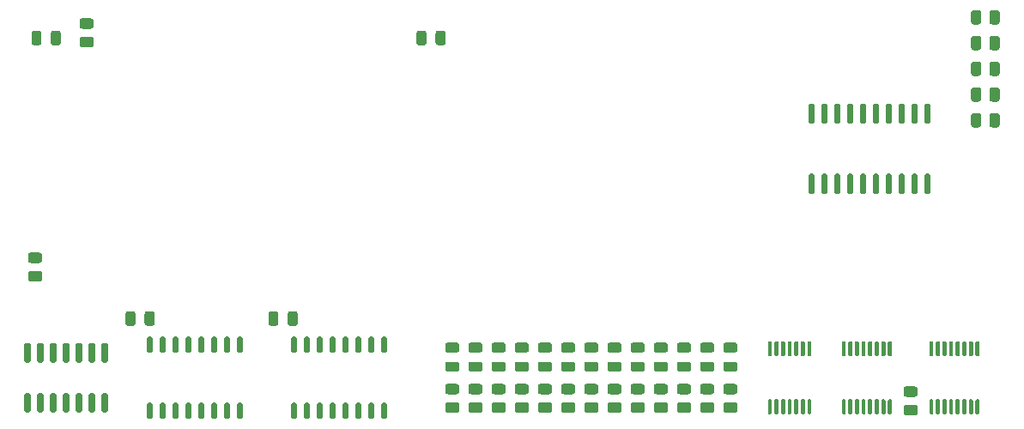
<source format=gbr>
%TF.GenerationSoftware,KiCad,Pcbnew,(5.1.10-1-10_14)*%
%TF.CreationDate,2021-12-06T09:48:52-05:00*%
%TF.ProjectId,control-unit-eeprom,636f6e74-726f-46c2-9d75-6e69742d6565,rev?*%
%TF.SameCoordinates,Original*%
%TF.FileFunction,Paste,Top*%
%TF.FilePolarity,Positive*%
%FSLAX46Y46*%
G04 Gerber Fmt 4.6, Leading zero omitted, Abs format (unit mm)*
G04 Created by KiCad (PCBNEW (5.1.10-1-10_14)) date 2021-12-06 09:48:52*
%MOMM*%
%LPD*%
G01*
G04 APERTURE LIST*
G04 APERTURE END LIST*
%TO.C,U5*%
G36*
G01*
X-15483500Y-168746000D02*
X-15758500Y-168746000D01*
G75*
G02*
X-15896000Y-168608500I0J137500D01*
G01*
X-15896000Y-167283500D01*
G75*
G02*
X-15758500Y-167146000I137500J0D01*
G01*
X-15483500Y-167146000D01*
G75*
G02*
X-15346000Y-167283500I0J-137500D01*
G01*
X-15346000Y-168608500D01*
G75*
G02*
X-15483500Y-168746000I-137500J0D01*
G01*
G37*
G36*
G01*
X-14213500Y-168746000D02*
X-14488500Y-168746000D01*
G75*
G02*
X-14626000Y-168608500I0J137500D01*
G01*
X-14626000Y-167283500D01*
G75*
G02*
X-14488500Y-167146000I137500J0D01*
G01*
X-14213500Y-167146000D01*
G75*
G02*
X-14076000Y-167283500I0J-137500D01*
G01*
X-14076000Y-168608500D01*
G75*
G02*
X-14213500Y-168746000I-137500J0D01*
G01*
G37*
G36*
G01*
X-12943500Y-168746000D02*
X-13218500Y-168746000D01*
G75*
G02*
X-13356000Y-168608500I0J137500D01*
G01*
X-13356000Y-167283500D01*
G75*
G02*
X-13218500Y-167146000I137500J0D01*
G01*
X-12943500Y-167146000D01*
G75*
G02*
X-12806000Y-167283500I0J-137500D01*
G01*
X-12806000Y-168608500D01*
G75*
G02*
X-12943500Y-168746000I-137500J0D01*
G01*
G37*
G36*
G01*
X-11673500Y-168746000D02*
X-11948500Y-168746000D01*
G75*
G02*
X-12086000Y-168608500I0J137500D01*
G01*
X-12086000Y-167283500D01*
G75*
G02*
X-11948500Y-167146000I137500J0D01*
G01*
X-11673500Y-167146000D01*
G75*
G02*
X-11536000Y-167283500I0J-137500D01*
G01*
X-11536000Y-168608500D01*
G75*
G02*
X-11673500Y-168746000I-137500J0D01*
G01*
G37*
G36*
G01*
X-10403500Y-168746000D02*
X-10678500Y-168746000D01*
G75*
G02*
X-10816000Y-168608500I0J137500D01*
G01*
X-10816000Y-167283500D01*
G75*
G02*
X-10678500Y-167146000I137500J0D01*
G01*
X-10403500Y-167146000D01*
G75*
G02*
X-10266000Y-167283500I0J-137500D01*
G01*
X-10266000Y-168608500D01*
G75*
G02*
X-10403500Y-168746000I-137500J0D01*
G01*
G37*
G36*
G01*
X-9133500Y-168746000D02*
X-9408500Y-168746000D01*
G75*
G02*
X-9546000Y-168608500I0J137500D01*
G01*
X-9546000Y-167283500D01*
G75*
G02*
X-9408500Y-167146000I137500J0D01*
G01*
X-9133500Y-167146000D01*
G75*
G02*
X-8996000Y-167283500I0J-137500D01*
G01*
X-8996000Y-168608500D01*
G75*
G02*
X-9133500Y-168746000I-137500J0D01*
G01*
G37*
G36*
G01*
X-7863500Y-168746000D02*
X-8138500Y-168746000D01*
G75*
G02*
X-8276000Y-168608500I0J137500D01*
G01*
X-8276000Y-167283500D01*
G75*
G02*
X-8138500Y-167146000I137500J0D01*
G01*
X-7863500Y-167146000D01*
G75*
G02*
X-7726000Y-167283500I0J-137500D01*
G01*
X-7726000Y-168608500D01*
G75*
G02*
X-7863500Y-168746000I-137500J0D01*
G01*
G37*
G36*
G01*
X-6593500Y-168746000D02*
X-6868500Y-168746000D01*
G75*
G02*
X-7006000Y-168608500I0J137500D01*
G01*
X-7006000Y-167283500D01*
G75*
G02*
X-6868500Y-167146000I137500J0D01*
G01*
X-6593500Y-167146000D01*
G75*
G02*
X-6456000Y-167283500I0J-137500D01*
G01*
X-6456000Y-168608500D01*
G75*
G02*
X-6593500Y-168746000I-137500J0D01*
G01*
G37*
G36*
G01*
X-6593500Y-175246000D02*
X-6868500Y-175246000D01*
G75*
G02*
X-7006000Y-175108500I0J137500D01*
G01*
X-7006000Y-173783500D01*
G75*
G02*
X-6868500Y-173646000I137500J0D01*
G01*
X-6593500Y-173646000D01*
G75*
G02*
X-6456000Y-173783500I0J-137500D01*
G01*
X-6456000Y-175108500D01*
G75*
G02*
X-6593500Y-175246000I-137500J0D01*
G01*
G37*
G36*
G01*
X-7863500Y-175246000D02*
X-8138500Y-175246000D01*
G75*
G02*
X-8276000Y-175108500I0J137500D01*
G01*
X-8276000Y-173783500D01*
G75*
G02*
X-8138500Y-173646000I137500J0D01*
G01*
X-7863500Y-173646000D01*
G75*
G02*
X-7726000Y-173783500I0J-137500D01*
G01*
X-7726000Y-175108500D01*
G75*
G02*
X-7863500Y-175246000I-137500J0D01*
G01*
G37*
G36*
G01*
X-9133500Y-175246000D02*
X-9408500Y-175246000D01*
G75*
G02*
X-9546000Y-175108500I0J137500D01*
G01*
X-9546000Y-173783500D01*
G75*
G02*
X-9408500Y-173646000I137500J0D01*
G01*
X-9133500Y-173646000D01*
G75*
G02*
X-8996000Y-173783500I0J-137500D01*
G01*
X-8996000Y-175108500D01*
G75*
G02*
X-9133500Y-175246000I-137500J0D01*
G01*
G37*
G36*
G01*
X-10403500Y-175246000D02*
X-10678500Y-175246000D01*
G75*
G02*
X-10816000Y-175108500I0J137500D01*
G01*
X-10816000Y-173783500D01*
G75*
G02*
X-10678500Y-173646000I137500J0D01*
G01*
X-10403500Y-173646000D01*
G75*
G02*
X-10266000Y-173783500I0J-137500D01*
G01*
X-10266000Y-175108500D01*
G75*
G02*
X-10403500Y-175246000I-137500J0D01*
G01*
G37*
G36*
G01*
X-11673500Y-175246000D02*
X-11948500Y-175246000D01*
G75*
G02*
X-12086000Y-175108500I0J137500D01*
G01*
X-12086000Y-173783500D01*
G75*
G02*
X-11948500Y-173646000I137500J0D01*
G01*
X-11673500Y-173646000D01*
G75*
G02*
X-11536000Y-173783500I0J-137500D01*
G01*
X-11536000Y-175108500D01*
G75*
G02*
X-11673500Y-175246000I-137500J0D01*
G01*
G37*
G36*
G01*
X-12943500Y-175246000D02*
X-13218500Y-175246000D01*
G75*
G02*
X-13356000Y-175108500I0J137500D01*
G01*
X-13356000Y-173783500D01*
G75*
G02*
X-13218500Y-173646000I137500J0D01*
G01*
X-12943500Y-173646000D01*
G75*
G02*
X-12806000Y-173783500I0J-137500D01*
G01*
X-12806000Y-175108500D01*
G75*
G02*
X-12943500Y-175246000I-137500J0D01*
G01*
G37*
G36*
G01*
X-14213500Y-175246000D02*
X-14488500Y-175246000D01*
G75*
G02*
X-14626000Y-175108500I0J137500D01*
G01*
X-14626000Y-173783500D01*
G75*
G02*
X-14488500Y-173646000I137500J0D01*
G01*
X-14213500Y-173646000D01*
G75*
G02*
X-14076000Y-173783500I0J-137500D01*
G01*
X-14076000Y-175108500D01*
G75*
G02*
X-14213500Y-175246000I-137500J0D01*
G01*
G37*
G36*
G01*
X-15483500Y-175246000D02*
X-15758500Y-175246000D01*
G75*
G02*
X-15896000Y-175108500I0J137500D01*
G01*
X-15896000Y-173783500D01*
G75*
G02*
X-15758500Y-173646000I137500J0D01*
G01*
X-15483500Y-173646000D01*
G75*
G02*
X-15346000Y-173783500I0J-137500D01*
G01*
X-15346000Y-175108500D01*
G75*
G02*
X-15483500Y-175246000I-137500J0D01*
G01*
G37*
%TD*%
%TO.C,U3*%
G36*
G01*
X-1259500Y-168746000D02*
X-1534500Y-168746000D01*
G75*
G02*
X-1672000Y-168608500I0J137500D01*
G01*
X-1672000Y-167283500D01*
G75*
G02*
X-1534500Y-167146000I137500J0D01*
G01*
X-1259500Y-167146000D01*
G75*
G02*
X-1122000Y-167283500I0J-137500D01*
G01*
X-1122000Y-168608500D01*
G75*
G02*
X-1259500Y-168746000I-137500J0D01*
G01*
G37*
G36*
G01*
X10500Y-168746000D02*
X-264500Y-168746000D01*
G75*
G02*
X-402000Y-168608500I0J137500D01*
G01*
X-402000Y-167283500D01*
G75*
G02*
X-264500Y-167146000I137500J0D01*
G01*
X10500Y-167146000D01*
G75*
G02*
X148000Y-167283500I0J-137500D01*
G01*
X148000Y-168608500D01*
G75*
G02*
X10500Y-168746000I-137500J0D01*
G01*
G37*
G36*
G01*
X1280500Y-168746000D02*
X1005500Y-168746000D01*
G75*
G02*
X868000Y-168608500I0J137500D01*
G01*
X868000Y-167283500D01*
G75*
G02*
X1005500Y-167146000I137500J0D01*
G01*
X1280500Y-167146000D01*
G75*
G02*
X1418000Y-167283500I0J-137500D01*
G01*
X1418000Y-168608500D01*
G75*
G02*
X1280500Y-168746000I-137500J0D01*
G01*
G37*
G36*
G01*
X2550500Y-168746000D02*
X2275500Y-168746000D01*
G75*
G02*
X2138000Y-168608500I0J137500D01*
G01*
X2138000Y-167283500D01*
G75*
G02*
X2275500Y-167146000I137500J0D01*
G01*
X2550500Y-167146000D01*
G75*
G02*
X2688000Y-167283500I0J-137500D01*
G01*
X2688000Y-168608500D01*
G75*
G02*
X2550500Y-168746000I-137500J0D01*
G01*
G37*
G36*
G01*
X3820500Y-168746000D02*
X3545500Y-168746000D01*
G75*
G02*
X3408000Y-168608500I0J137500D01*
G01*
X3408000Y-167283500D01*
G75*
G02*
X3545500Y-167146000I137500J0D01*
G01*
X3820500Y-167146000D01*
G75*
G02*
X3958000Y-167283500I0J-137500D01*
G01*
X3958000Y-168608500D01*
G75*
G02*
X3820500Y-168746000I-137500J0D01*
G01*
G37*
G36*
G01*
X5090500Y-168746000D02*
X4815500Y-168746000D01*
G75*
G02*
X4678000Y-168608500I0J137500D01*
G01*
X4678000Y-167283500D01*
G75*
G02*
X4815500Y-167146000I137500J0D01*
G01*
X5090500Y-167146000D01*
G75*
G02*
X5228000Y-167283500I0J-137500D01*
G01*
X5228000Y-168608500D01*
G75*
G02*
X5090500Y-168746000I-137500J0D01*
G01*
G37*
G36*
G01*
X6360500Y-168746000D02*
X6085500Y-168746000D01*
G75*
G02*
X5948000Y-168608500I0J137500D01*
G01*
X5948000Y-167283500D01*
G75*
G02*
X6085500Y-167146000I137500J0D01*
G01*
X6360500Y-167146000D01*
G75*
G02*
X6498000Y-167283500I0J-137500D01*
G01*
X6498000Y-168608500D01*
G75*
G02*
X6360500Y-168746000I-137500J0D01*
G01*
G37*
G36*
G01*
X7630500Y-168746000D02*
X7355500Y-168746000D01*
G75*
G02*
X7218000Y-168608500I0J137500D01*
G01*
X7218000Y-167283500D01*
G75*
G02*
X7355500Y-167146000I137500J0D01*
G01*
X7630500Y-167146000D01*
G75*
G02*
X7768000Y-167283500I0J-137500D01*
G01*
X7768000Y-168608500D01*
G75*
G02*
X7630500Y-168746000I-137500J0D01*
G01*
G37*
G36*
G01*
X7630500Y-175246000D02*
X7355500Y-175246000D01*
G75*
G02*
X7218000Y-175108500I0J137500D01*
G01*
X7218000Y-173783500D01*
G75*
G02*
X7355500Y-173646000I137500J0D01*
G01*
X7630500Y-173646000D01*
G75*
G02*
X7768000Y-173783500I0J-137500D01*
G01*
X7768000Y-175108500D01*
G75*
G02*
X7630500Y-175246000I-137500J0D01*
G01*
G37*
G36*
G01*
X6360500Y-175246000D02*
X6085500Y-175246000D01*
G75*
G02*
X5948000Y-175108500I0J137500D01*
G01*
X5948000Y-173783500D01*
G75*
G02*
X6085500Y-173646000I137500J0D01*
G01*
X6360500Y-173646000D01*
G75*
G02*
X6498000Y-173783500I0J-137500D01*
G01*
X6498000Y-175108500D01*
G75*
G02*
X6360500Y-175246000I-137500J0D01*
G01*
G37*
G36*
G01*
X5090500Y-175246000D02*
X4815500Y-175246000D01*
G75*
G02*
X4678000Y-175108500I0J137500D01*
G01*
X4678000Y-173783500D01*
G75*
G02*
X4815500Y-173646000I137500J0D01*
G01*
X5090500Y-173646000D01*
G75*
G02*
X5228000Y-173783500I0J-137500D01*
G01*
X5228000Y-175108500D01*
G75*
G02*
X5090500Y-175246000I-137500J0D01*
G01*
G37*
G36*
G01*
X3820500Y-175246000D02*
X3545500Y-175246000D01*
G75*
G02*
X3408000Y-175108500I0J137500D01*
G01*
X3408000Y-173783500D01*
G75*
G02*
X3545500Y-173646000I137500J0D01*
G01*
X3820500Y-173646000D01*
G75*
G02*
X3958000Y-173783500I0J-137500D01*
G01*
X3958000Y-175108500D01*
G75*
G02*
X3820500Y-175246000I-137500J0D01*
G01*
G37*
G36*
G01*
X2550500Y-175246000D02*
X2275500Y-175246000D01*
G75*
G02*
X2138000Y-175108500I0J137500D01*
G01*
X2138000Y-173783500D01*
G75*
G02*
X2275500Y-173646000I137500J0D01*
G01*
X2550500Y-173646000D01*
G75*
G02*
X2688000Y-173783500I0J-137500D01*
G01*
X2688000Y-175108500D01*
G75*
G02*
X2550500Y-175246000I-137500J0D01*
G01*
G37*
G36*
G01*
X1280500Y-175246000D02*
X1005500Y-175246000D01*
G75*
G02*
X868000Y-175108500I0J137500D01*
G01*
X868000Y-173783500D01*
G75*
G02*
X1005500Y-173646000I137500J0D01*
G01*
X1280500Y-173646000D01*
G75*
G02*
X1418000Y-173783500I0J-137500D01*
G01*
X1418000Y-175108500D01*
G75*
G02*
X1280500Y-175246000I-137500J0D01*
G01*
G37*
G36*
G01*
X10500Y-175246000D02*
X-264500Y-175246000D01*
G75*
G02*
X-402000Y-175108500I0J137500D01*
G01*
X-402000Y-173783500D01*
G75*
G02*
X-264500Y-173646000I137500J0D01*
G01*
X10500Y-173646000D01*
G75*
G02*
X148000Y-173783500I0J-137500D01*
G01*
X148000Y-175108500D01*
G75*
G02*
X10500Y-175246000I-137500J0D01*
G01*
G37*
G36*
G01*
X-1259500Y-175246000D02*
X-1534500Y-175246000D01*
G75*
G02*
X-1672000Y-175108500I0J137500D01*
G01*
X-1672000Y-173783500D01*
G75*
G02*
X-1534500Y-173646000I137500J0D01*
G01*
X-1259500Y-173646000D01*
G75*
G02*
X-1122000Y-173783500I0J-137500D01*
G01*
X-1122000Y-175108500D01*
G75*
G02*
X-1259500Y-175246000I-137500J0D01*
G01*
G37*
%TD*%
%TO.C,R21*%
G36*
G01*
X30676002Y-172828000D02*
X29775998Y-172828000D01*
G75*
G02*
X29526000Y-172578002I0J249998D01*
G01*
X29526000Y-172052998D01*
G75*
G02*
X29775998Y-171803000I249998J0D01*
G01*
X30676002Y-171803000D01*
G75*
G02*
X30926000Y-172052998I0J-249998D01*
G01*
X30926000Y-172578002D01*
G75*
G02*
X30676002Y-172828000I-249998J0D01*
G01*
G37*
G36*
G01*
X30676002Y-174653000D02*
X29775998Y-174653000D01*
G75*
G02*
X29526000Y-174403002I0J249998D01*
G01*
X29526000Y-173877998D01*
G75*
G02*
X29775998Y-173628000I249998J0D01*
G01*
X30676002Y-173628000D01*
G75*
G02*
X30926000Y-173877998I0J-249998D01*
G01*
X30926000Y-174403002D01*
G75*
G02*
X30676002Y-174653000I-249998J0D01*
G01*
G37*
%TD*%
%TO.C,R20*%
G36*
G01*
X28390002Y-172828000D02*
X27489998Y-172828000D01*
G75*
G02*
X27240000Y-172578002I0J249998D01*
G01*
X27240000Y-172052998D01*
G75*
G02*
X27489998Y-171803000I249998J0D01*
G01*
X28390002Y-171803000D01*
G75*
G02*
X28640000Y-172052998I0J-249998D01*
G01*
X28640000Y-172578002D01*
G75*
G02*
X28390002Y-172828000I-249998J0D01*
G01*
G37*
G36*
G01*
X28390002Y-174653000D02*
X27489998Y-174653000D01*
G75*
G02*
X27240000Y-174403002I0J249998D01*
G01*
X27240000Y-173877998D01*
G75*
G02*
X27489998Y-173628000I249998J0D01*
G01*
X28390002Y-173628000D01*
G75*
G02*
X28640000Y-173877998I0J-249998D01*
G01*
X28640000Y-174403002D01*
G75*
G02*
X28390002Y-174653000I-249998J0D01*
G01*
G37*
%TD*%
%TO.C,R19*%
G36*
G01*
X26104002Y-172828000D02*
X25203998Y-172828000D01*
G75*
G02*
X24954000Y-172578002I0J249998D01*
G01*
X24954000Y-172052998D01*
G75*
G02*
X25203998Y-171803000I249998J0D01*
G01*
X26104002Y-171803000D01*
G75*
G02*
X26354000Y-172052998I0J-249998D01*
G01*
X26354000Y-172578002D01*
G75*
G02*
X26104002Y-172828000I-249998J0D01*
G01*
G37*
G36*
G01*
X26104002Y-174653000D02*
X25203998Y-174653000D01*
G75*
G02*
X24954000Y-174403002I0J249998D01*
G01*
X24954000Y-173877998D01*
G75*
G02*
X25203998Y-173628000I249998J0D01*
G01*
X26104002Y-173628000D01*
G75*
G02*
X26354000Y-173877998I0J-249998D01*
G01*
X26354000Y-174403002D01*
G75*
G02*
X26104002Y-174653000I-249998J0D01*
G01*
G37*
%TD*%
%TO.C,R18*%
G36*
G01*
X23818002Y-172828000D02*
X22917998Y-172828000D01*
G75*
G02*
X22668000Y-172578002I0J249998D01*
G01*
X22668000Y-172052998D01*
G75*
G02*
X22917998Y-171803000I249998J0D01*
G01*
X23818002Y-171803000D01*
G75*
G02*
X24068000Y-172052998I0J-249998D01*
G01*
X24068000Y-172578002D01*
G75*
G02*
X23818002Y-172828000I-249998J0D01*
G01*
G37*
G36*
G01*
X23818002Y-174653000D02*
X22917998Y-174653000D01*
G75*
G02*
X22668000Y-174403002I0J249998D01*
G01*
X22668000Y-173877998D01*
G75*
G02*
X22917998Y-173628000I249998J0D01*
G01*
X23818002Y-173628000D01*
G75*
G02*
X24068000Y-173877998I0J-249998D01*
G01*
X24068000Y-174403002D01*
G75*
G02*
X23818002Y-174653000I-249998J0D01*
G01*
G37*
%TD*%
%TO.C,R17*%
G36*
G01*
X21532002Y-172828000D02*
X20631998Y-172828000D01*
G75*
G02*
X20382000Y-172578002I0J249998D01*
G01*
X20382000Y-172052998D01*
G75*
G02*
X20631998Y-171803000I249998J0D01*
G01*
X21532002Y-171803000D01*
G75*
G02*
X21782000Y-172052998I0J-249998D01*
G01*
X21782000Y-172578002D01*
G75*
G02*
X21532002Y-172828000I-249998J0D01*
G01*
G37*
G36*
G01*
X21532002Y-174653000D02*
X20631998Y-174653000D01*
G75*
G02*
X20382000Y-174403002I0J249998D01*
G01*
X20382000Y-173877998D01*
G75*
G02*
X20631998Y-173628000I249998J0D01*
G01*
X21532002Y-173628000D01*
G75*
G02*
X21782000Y-173877998I0J-249998D01*
G01*
X21782000Y-174403002D01*
G75*
G02*
X21532002Y-174653000I-249998J0D01*
G01*
G37*
%TD*%
%TO.C,R16*%
G36*
G01*
X19246002Y-172828000D02*
X18345998Y-172828000D01*
G75*
G02*
X18096000Y-172578002I0J249998D01*
G01*
X18096000Y-172052998D01*
G75*
G02*
X18345998Y-171803000I249998J0D01*
G01*
X19246002Y-171803000D01*
G75*
G02*
X19496000Y-172052998I0J-249998D01*
G01*
X19496000Y-172578002D01*
G75*
G02*
X19246002Y-172828000I-249998J0D01*
G01*
G37*
G36*
G01*
X19246002Y-174653000D02*
X18345998Y-174653000D01*
G75*
G02*
X18096000Y-174403002I0J249998D01*
G01*
X18096000Y-173877998D01*
G75*
G02*
X18345998Y-173628000I249998J0D01*
G01*
X19246002Y-173628000D01*
G75*
G02*
X19496000Y-173877998I0J-249998D01*
G01*
X19496000Y-174403002D01*
G75*
G02*
X19246002Y-174653000I-249998J0D01*
G01*
G37*
%TD*%
%TO.C,R15*%
G36*
G01*
X16960002Y-172828000D02*
X16059998Y-172828000D01*
G75*
G02*
X15810000Y-172578002I0J249998D01*
G01*
X15810000Y-172052998D01*
G75*
G02*
X16059998Y-171803000I249998J0D01*
G01*
X16960002Y-171803000D01*
G75*
G02*
X17210000Y-172052998I0J-249998D01*
G01*
X17210000Y-172578002D01*
G75*
G02*
X16960002Y-172828000I-249998J0D01*
G01*
G37*
G36*
G01*
X16960002Y-174653000D02*
X16059998Y-174653000D01*
G75*
G02*
X15810000Y-174403002I0J249998D01*
G01*
X15810000Y-173877998D01*
G75*
G02*
X16059998Y-173628000I249998J0D01*
G01*
X16960002Y-173628000D01*
G75*
G02*
X17210000Y-173877998I0J-249998D01*
G01*
X17210000Y-174403002D01*
G75*
G02*
X16960002Y-174653000I-249998J0D01*
G01*
G37*
%TD*%
%TO.C,R14*%
G36*
G01*
X14674002Y-172828000D02*
X13773998Y-172828000D01*
G75*
G02*
X13524000Y-172578002I0J249998D01*
G01*
X13524000Y-172052998D01*
G75*
G02*
X13773998Y-171803000I249998J0D01*
G01*
X14674002Y-171803000D01*
G75*
G02*
X14924000Y-172052998I0J-249998D01*
G01*
X14924000Y-172578002D01*
G75*
G02*
X14674002Y-172828000I-249998J0D01*
G01*
G37*
G36*
G01*
X14674002Y-174653000D02*
X13773998Y-174653000D01*
G75*
G02*
X13524000Y-174403002I0J249998D01*
G01*
X13524000Y-173877998D01*
G75*
G02*
X13773998Y-173628000I249998J0D01*
G01*
X14674002Y-173628000D01*
G75*
G02*
X14924000Y-173877998I0J-249998D01*
G01*
X14924000Y-174403002D01*
G75*
G02*
X14674002Y-174653000I-249998J0D01*
G01*
G37*
%TD*%
%TO.C,D13*%
G36*
G01*
X30682250Y-168714000D02*
X29769750Y-168714000D01*
G75*
G02*
X29526000Y-168470250I0J243750D01*
G01*
X29526000Y-167982750D01*
G75*
G02*
X29769750Y-167739000I243750J0D01*
G01*
X30682250Y-167739000D01*
G75*
G02*
X30926000Y-167982750I0J-243750D01*
G01*
X30926000Y-168470250D01*
G75*
G02*
X30682250Y-168714000I-243750J0D01*
G01*
G37*
G36*
G01*
X30682250Y-170589000D02*
X29769750Y-170589000D01*
G75*
G02*
X29526000Y-170345250I0J243750D01*
G01*
X29526000Y-169857750D01*
G75*
G02*
X29769750Y-169614000I243750J0D01*
G01*
X30682250Y-169614000D01*
G75*
G02*
X30926000Y-169857750I0J-243750D01*
G01*
X30926000Y-170345250D01*
G75*
G02*
X30682250Y-170589000I-243750J0D01*
G01*
G37*
%TD*%
%TO.C,D12*%
G36*
G01*
X28396250Y-168714000D02*
X27483750Y-168714000D01*
G75*
G02*
X27240000Y-168470250I0J243750D01*
G01*
X27240000Y-167982750D01*
G75*
G02*
X27483750Y-167739000I243750J0D01*
G01*
X28396250Y-167739000D01*
G75*
G02*
X28640000Y-167982750I0J-243750D01*
G01*
X28640000Y-168470250D01*
G75*
G02*
X28396250Y-168714000I-243750J0D01*
G01*
G37*
G36*
G01*
X28396250Y-170589000D02*
X27483750Y-170589000D01*
G75*
G02*
X27240000Y-170345250I0J243750D01*
G01*
X27240000Y-169857750D01*
G75*
G02*
X27483750Y-169614000I243750J0D01*
G01*
X28396250Y-169614000D01*
G75*
G02*
X28640000Y-169857750I0J-243750D01*
G01*
X28640000Y-170345250D01*
G75*
G02*
X28396250Y-170589000I-243750J0D01*
G01*
G37*
%TD*%
%TO.C,D11*%
G36*
G01*
X26110250Y-168714000D02*
X25197750Y-168714000D01*
G75*
G02*
X24954000Y-168470250I0J243750D01*
G01*
X24954000Y-167982750D01*
G75*
G02*
X25197750Y-167739000I243750J0D01*
G01*
X26110250Y-167739000D01*
G75*
G02*
X26354000Y-167982750I0J-243750D01*
G01*
X26354000Y-168470250D01*
G75*
G02*
X26110250Y-168714000I-243750J0D01*
G01*
G37*
G36*
G01*
X26110250Y-170589000D02*
X25197750Y-170589000D01*
G75*
G02*
X24954000Y-170345250I0J243750D01*
G01*
X24954000Y-169857750D01*
G75*
G02*
X25197750Y-169614000I243750J0D01*
G01*
X26110250Y-169614000D01*
G75*
G02*
X26354000Y-169857750I0J-243750D01*
G01*
X26354000Y-170345250D01*
G75*
G02*
X26110250Y-170589000I-243750J0D01*
G01*
G37*
%TD*%
%TO.C,D10*%
G36*
G01*
X23824250Y-168714000D02*
X22911750Y-168714000D01*
G75*
G02*
X22668000Y-168470250I0J243750D01*
G01*
X22668000Y-167982750D01*
G75*
G02*
X22911750Y-167739000I243750J0D01*
G01*
X23824250Y-167739000D01*
G75*
G02*
X24068000Y-167982750I0J-243750D01*
G01*
X24068000Y-168470250D01*
G75*
G02*
X23824250Y-168714000I-243750J0D01*
G01*
G37*
G36*
G01*
X23824250Y-170589000D02*
X22911750Y-170589000D01*
G75*
G02*
X22668000Y-170345250I0J243750D01*
G01*
X22668000Y-169857750D01*
G75*
G02*
X22911750Y-169614000I243750J0D01*
G01*
X23824250Y-169614000D01*
G75*
G02*
X24068000Y-169857750I0J-243750D01*
G01*
X24068000Y-170345250D01*
G75*
G02*
X23824250Y-170589000I-243750J0D01*
G01*
G37*
%TD*%
%TO.C,D9*%
G36*
G01*
X21538250Y-168714000D02*
X20625750Y-168714000D01*
G75*
G02*
X20382000Y-168470250I0J243750D01*
G01*
X20382000Y-167982750D01*
G75*
G02*
X20625750Y-167739000I243750J0D01*
G01*
X21538250Y-167739000D01*
G75*
G02*
X21782000Y-167982750I0J-243750D01*
G01*
X21782000Y-168470250D01*
G75*
G02*
X21538250Y-168714000I-243750J0D01*
G01*
G37*
G36*
G01*
X21538250Y-170589000D02*
X20625750Y-170589000D01*
G75*
G02*
X20382000Y-170345250I0J243750D01*
G01*
X20382000Y-169857750D01*
G75*
G02*
X20625750Y-169614000I243750J0D01*
G01*
X21538250Y-169614000D01*
G75*
G02*
X21782000Y-169857750I0J-243750D01*
G01*
X21782000Y-170345250D01*
G75*
G02*
X21538250Y-170589000I-243750J0D01*
G01*
G37*
%TD*%
%TO.C,D8*%
G36*
G01*
X19252250Y-168714000D02*
X18339750Y-168714000D01*
G75*
G02*
X18096000Y-168470250I0J243750D01*
G01*
X18096000Y-167982750D01*
G75*
G02*
X18339750Y-167739000I243750J0D01*
G01*
X19252250Y-167739000D01*
G75*
G02*
X19496000Y-167982750I0J-243750D01*
G01*
X19496000Y-168470250D01*
G75*
G02*
X19252250Y-168714000I-243750J0D01*
G01*
G37*
G36*
G01*
X19252250Y-170589000D02*
X18339750Y-170589000D01*
G75*
G02*
X18096000Y-170345250I0J243750D01*
G01*
X18096000Y-169857750D01*
G75*
G02*
X18339750Y-169614000I243750J0D01*
G01*
X19252250Y-169614000D01*
G75*
G02*
X19496000Y-169857750I0J-243750D01*
G01*
X19496000Y-170345250D01*
G75*
G02*
X19252250Y-170589000I-243750J0D01*
G01*
G37*
%TD*%
%TO.C,D7*%
G36*
G01*
X16966250Y-168714000D02*
X16053750Y-168714000D01*
G75*
G02*
X15810000Y-168470250I0J243750D01*
G01*
X15810000Y-167982750D01*
G75*
G02*
X16053750Y-167739000I243750J0D01*
G01*
X16966250Y-167739000D01*
G75*
G02*
X17210000Y-167982750I0J-243750D01*
G01*
X17210000Y-168470250D01*
G75*
G02*
X16966250Y-168714000I-243750J0D01*
G01*
G37*
G36*
G01*
X16966250Y-170589000D02*
X16053750Y-170589000D01*
G75*
G02*
X15810000Y-170345250I0J243750D01*
G01*
X15810000Y-169857750D01*
G75*
G02*
X16053750Y-169614000I243750J0D01*
G01*
X16966250Y-169614000D01*
G75*
G02*
X17210000Y-169857750I0J-243750D01*
G01*
X17210000Y-170345250D01*
G75*
G02*
X16966250Y-170589000I-243750J0D01*
G01*
G37*
%TD*%
%TO.C,D6*%
G36*
G01*
X14680250Y-168714000D02*
X13767750Y-168714000D01*
G75*
G02*
X13524000Y-168470250I0J243750D01*
G01*
X13524000Y-167982750D01*
G75*
G02*
X13767750Y-167739000I243750J0D01*
G01*
X14680250Y-167739000D01*
G75*
G02*
X14924000Y-167982750I0J-243750D01*
G01*
X14924000Y-168470250D01*
G75*
G02*
X14680250Y-168714000I-243750J0D01*
G01*
G37*
G36*
G01*
X14680250Y-170589000D02*
X13767750Y-170589000D01*
G75*
G02*
X13524000Y-170345250I0J243750D01*
G01*
X13524000Y-169857750D01*
G75*
G02*
X13767750Y-169614000I243750J0D01*
G01*
X14680250Y-169614000D01*
G75*
G02*
X14924000Y-169857750I0J-243750D01*
G01*
X14924000Y-170345250D01*
G75*
G02*
X14680250Y-170589000I-243750J0D01*
G01*
G37*
%TD*%
%TO.C,C4*%
G36*
G01*
X-2924000Y-164879000D02*
X-2924000Y-165829000D01*
G75*
G02*
X-3174000Y-166079000I-250000J0D01*
G01*
X-3674000Y-166079000D01*
G75*
G02*
X-3924000Y-165829000I0J250000D01*
G01*
X-3924000Y-164879000D01*
G75*
G02*
X-3674000Y-164629000I250000J0D01*
G01*
X-3174000Y-164629000D01*
G75*
G02*
X-2924000Y-164879000I0J-250000D01*
G01*
G37*
G36*
G01*
X-1024000Y-164879000D02*
X-1024000Y-165829000D01*
G75*
G02*
X-1274000Y-166079000I-250000J0D01*
G01*
X-1774000Y-166079000D01*
G75*
G02*
X-2024000Y-165829000I0J250000D01*
G01*
X-2024000Y-164879000D01*
G75*
G02*
X-1774000Y-164629000I250000J0D01*
G01*
X-1274000Y-164629000D01*
G75*
G02*
X-1024000Y-164879000I0J-250000D01*
G01*
G37*
%TD*%
%TO.C,C3*%
G36*
G01*
X-17026000Y-164879000D02*
X-17026000Y-165829000D01*
G75*
G02*
X-17276000Y-166079000I-250000J0D01*
G01*
X-17776000Y-166079000D01*
G75*
G02*
X-18026000Y-165829000I0J250000D01*
G01*
X-18026000Y-164879000D01*
G75*
G02*
X-17776000Y-164629000I250000J0D01*
G01*
X-17276000Y-164629000D01*
G75*
G02*
X-17026000Y-164879000I0J-250000D01*
G01*
G37*
G36*
G01*
X-15126000Y-164879000D02*
X-15126000Y-165829000D01*
G75*
G02*
X-15376000Y-166079000I-250000J0D01*
G01*
X-15876000Y-166079000D01*
G75*
G02*
X-16126000Y-165829000I0J250000D01*
G01*
X-16126000Y-164879000D01*
G75*
G02*
X-15876000Y-164629000I250000J0D01*
G01*
X-15376000Y-164629000D01*
G75*
G02*
X-15126000Y-164879000I0J-250000D01*
G01*
G37*
%TD*%
%TO.C,C2*%
G36*
G01*
X12576000Y-138143000D02*
X12576000Y-137193000D01*
G75*
G02*
X12826000Y-136943000I250000J0D01*
G01*
X13326000Y-136943000D01*
G75*
G02*
X13576000Y-137193000I0J-250000D01*
G01*
X13576000Y-138143000D01*
G75*
G02*
X13326000Y-138393000I-250000J0D01*
G01*
X12826000Y-138393000D01*
G75*
G02*
X12576000Y-138143000I0J250000D01*
G01*
G37*
G36*
G01*
X10676000Y-138143000D02*
X10676000Y-137193000D01*
G75*
G02*
X10926000Y-136943000I250000J0D01*
G01*
X11426000Y-136943000D01*
G75*
G02*
X11676000Y-137193000I0J-250000D01*
G01*
X11676000Y-138143000D01*
G75*
G02*
X11426000Y-138393000I-250000J0D01*
G01*
X10926000Y-138393000D01*
G75*
G02*
X10676000Y-138143000I0J250000D01*
G01*
G37*
%TD*%
%TO.C,C1*%
G36*
G01*
X-25392000Y-138143000D02*
X-25392000Y-137193000D01*
G75*
G02*
X-25142000Y-136943000I250000J0D01*
G01*
X-24642000Y-136943000D01*
G75*
G02*
X-24392000Y-137193000I0J-250000D01*
G01*
X-24392000Y-138143000D01*
G75*
G02*
X-24642000Y-138393000I-250000J0D01*
G01*
X-25142000Y-138393000D01*
G75*
G02*
X-25392000Y-138143000I0J250000D01*
G01*
G37*
G36*
G01*
X-27292000Y-138143000D02*
X-27292000Y-137193000D01*
G75*
G02*
X-27042000Y-136943000I250000J0D01*
G01*
X-26542000Y-136943000D01*
G75*
G02*
X-26292000Y-137193000I0J-250000D01*
G01*
X-26292000Y-138143000D01*
G75*
G02*
X-26542000Y-138393000I-250000J0D01*
G01*
X-27042000Y-138393000D01*
G75*
G02*
X-27292000Y-138143000I0J250000D01*
G01*
G37*
%TD*%
%TO.C,R13*%
G36*
G01*
X42106002Y-172828000D02*
X41205998Y-172828000D01*
G75*
G02*
X40956000Y-172578002I0J249998D01*
G01*
X40956000Y-172052998D01*
G75*
G02*
X41205998Y-171803000I249998J0D01*
G01*
X42106002Y-171803000D01*
G75*
G02*
X42356000Y-172052998I0J-249998D01*
G01*
X42356000Y-172578002D01*
G75*
G02*
X42106002Y-172828000I-249998J0D01*
G01*
G37*
G36*
G01*
X42106002Y-174653000D02*
X41205998Y-174653000D01*
G75*
G02*
X40956000Y-174403002I0J249998D01*
G01*
X40956000Y-173877998D01*
G75*
G02*
X41205998Y-173628000I249998J0D01*
G01*
X42106002Y-173628000D01*
G75*
G02*
X42356000Y-173877998I0J-249998D01*
G01*
X42356000Y-174403002D01*
G75*
G02*
X42106002Y-174653000I-249998J0D01*
G01*
G37*
%TD*%
%TO.C,R12*%
G36*
G01*
X39820002Y-172828000D02*
X38919998Y-172828000D01*
G75*
G02*
X38670000Y-172578002I0J249998D01*
G01*
X38670000Y-172052998D01*
G75*
G02*
X38919998Y-171803000I249998J0D01*
G01*
X39820002Y-171803000D01*
G75*
G02*
X40070000Y-172052998I0J-249998D01*
G01*
X40070000Y-172578002D01*
G75*
G02*
X39820002Y-172828000I-249998J0D01*
G01*
G37*
G36*
G01*
X39820002Y-174653000D02*
X38919998Y-174653000D01*
G75*
G02*
X38670000Y-174403002I0J249998D01*
G01*
X38670000Y-173877998D01*
G75*
G02*
X38919998Y-173628000I249998J0D01*
G01*
X39820002Y-173628000D01*
G75*
G02*
X40070000Y-173877998I0J-249998D01*
G01*
X40070000Y-174403002D01*
G75*
G02*
X39820002Y-174653000I-249998J0D01*
G01*
G37*
%TD*%
%TO.C,R11*%
G36*
G01*
X37534002Y-172828000D02*
X36633998Y-172828000D01*
G75*
G02*
X36384000Y-172578002I0J249998D01*
G01*
X36384000Y-172052998D01*
G75*
G02*
X36633998Y-171803000I249998J0D01*
G01*
X37534002Y-171803000D01*
G75*
G02*
X37784000Y-172052998I0J-249998D01*
G01*
X37784000Y-172578002D01*
G75*
G02*
X37534002Y-172828000I-249998J0D01*
G01*
G37*
G36*
G01*
X37534002Y-174653000D02*
X36633998Y-174653000D01*
G75*
G02*
X36384000Y-174403002I0J249998D01*
G01*
X36384000Y-173877998D01*
G75*
G02*
X36633998Y-173628000I249998J0D01*
G01*
X37534002Y-173628000D01*
G75*
G02*
X37784000Y-173877998I0J-249998D01*
G01*
X37784000Y-174403002D01*
G75*
G02*
X37534002Y-174653000I-249998J0D01*
G01*
G37*
%TD*%
%TO.C,R9*%
G36*
G01*
X35248002Y-172828000D02*
X34347998Y-172828000D01*
G75*
G02*
X34098000Y-172578002I0J249998D01*
G01*
X34098000Y-172052998D01*
G75*
G02*
X34347998Y-171803000I249998J0D01*
G01*
X35248002Y-171803000D01*
G75*
G02*
X35498000Y-172052998I0J-249998D01*
G01*
X35498000Y-172578002D01*
G75*
G02*
X35248002Y-172828000I-249998J0D01*
G01*
G37*
G36*
G01*
X35248002Y-174653000D02*
X34347998Y-174653000D01*
G75*
G02*
X34098000Y-174403002I0J249998D01*
G01*
X34098000Y-173877998D01*
G75*
G02*
X34347998Y-173628000I249998J0D01*
G01*
X35248002Y-173628000D01*
G75*
G02*
X35498000Y-173877998I0J-249998D01*
G01*
X35498000Y-174403002D01*
G75*
G02*
X35248002Y-174653000I-249998J0D01*
G01*
G37*
%TD*%
%TO.C,R7*%
G36*
G01*
X32962002Y-172828000D02*
X32061998Y-172828000D01*
G75*
G02*
X31812000Y-172578002I0J249998D01*
G01*
X31812000Y-172052998D01*
G75*
G02*
X32061998Y-171803000I249998J0D01*
G01*
X32962002Y-171803000D01*
G75*
G02*
X33212000Y-172052998I0J-249998D01*
G01*
X33212000Y-172578002D01*
G75*
G02*
X32962002Y-172828000I-249998J0D01*
G01*
G37*
G36*
G01*
X32962002Y-174653000D02*
X32061998Y-174653000D01*
G75*
G02*
X31812000Y-174403002I0J249998D01*
G01*
X31812000Y-173877998D01*
G75*
G02*
X32061998Y-173628000I249998J0D01*
G01*
X32962002Y-173628000D01*
G75*
G02*
X33212000Y-173877998I0J-249998D01*
G01*
X33212000Y-174403002D01*
G75*
G02*
X32962002Y-174653000I-249998J0D01*
G01*
G37*
%TD*%
%TO.C,D5*%
G36*
G01*
X42112250Y-168714000D02*
X41199750Y-168714000D01*
G75*
G02*
X40956000Y-168470250I0J243750D01*
G01*
X40956000Y-167982750D01*
G75*
G02*
X41199750Y-167739000I243750J0D01*
G01*
X42112250Y-167739000D01*
G75*
G02*
X42356000Y-167982750I0J-243750D01*
G01*
X42356000Y-168470250D01*
G75*
G02*
X42112250Y-168714000I-243750J0D01*
G01*
G37*
G36*
G01*
X42112250Y-170589000D02*
X41199750Y-170589000D01*
G75*
G02*
X40956000Y-170345250I0J243750D01*
G01*
X40956000Y-169857750D01*
G75*
G02*
X41199750Y-169614000I243750J0D01*
G01*
X42112250Y-169614000D01*
G75*
G02*
X42356000Y-169857750I0J-243750D01*
G01*
X42356000Y-170345250D01*
G75*
G02*
X42112250Y-170589000I-243750J0D01*
G01*
G37*
%TD*%
%TO.C,D4*%
G36*
G01*
X39826250Y-168714000D02*
X38913750Y-168714000D01*
G75*
G02*
X38670000Y-168470250I0J243750D01*
G01*
X38670000Y-167982750D01*
G75*
G02*
X38913750Y-167739000I243750J0D01*
G01*
X39826250Y-167739000D01*
G75*
G02*
X40070000Y-167982750I0J-243750D01*
G01*
X40070000Y-168470250D01*
G75*
G02*
X39826250Y-168714000I-243750J0D01*
G01*
G37*
G36*
G01*
X39826250Y-170589000D02*
X38913750Y-170589000D01*
G75*
G02*
X38670000Y-170345250I0J243750D01*
G01*
X38670000Y-169857750D01*
G75*
G02*
X38913750Y-169614000I243750J0D01*
G01*
X39826250Y-169614000D01*
G75*
G02*
X40070000Y-169857750I0J-243750D01*
G01*
X40070000Y-170345250D01*
G75*
G02*
X39826250Y-170589000I-243750J0D01*
G01*
G37*
%TD*%
%TO.C,D3*%
G36*
G01*
X37540250Y-168714000D02*
X36627750Y-168714000D01*
G75*
G02*
X36384000Y-168470250I0J243750D01*
G01*
X36384000Y-167982750D01*
G75*
G02*
X36627750Y-167739000I243750J0D01*
G01*
X37540250Y-167739000D01*
G75*
G02*
X37784000Y-167982750I0J-243750D01*
G01*
X37784000Y-168470250D01*
G75*
G02*
X37540250Y-168714000I-243750J0D01*
G01*
G37*
G36*
G01*
X37540250Y-170589000D02*
X36627750Y-170589000D01*
G75*
G02*
X36384000Y-170345250I0J243750D01*
G01*
X36384000Y-169857750D01*
G75*
G02*
X36627750Y-169614000I243750J0D01*
G01*
X37540250Y-169614000D01*
G75*
G02*
X37784000Y-169857750I0J-243750D01*
G01*
X37784000Y-170345250D01*
G75*
G02*
X37540250Y-170589000I-243750J0D01*
G01*
G37*
%TD*%
%TO.C,D2*%
G36*
G01*
X35254250Y-168714000D02*
X34341750Y-168714000D01*
G75*
G02*
X34098000Y-168470250I0J243750D01*
G01*
X34098000Y-167982750D01*
G75*
G02*
X34341750Y-167739000I243750J0D01*
G01*
X35254250Y-167739000D01*
G75*
G02*
X35498000Y-167982750I0J-243750D01*
G01*
X35498000Y-168470250D01*
G75*
G02*
X35254250Y-168714000I-243750J0D01*
G01*
G37*
G36*
G01*
X35254250Y-170589000D02*
X34341750Y-170589000D01*
G75*
G02*
X34098000Y-170345250I0J243750D01*
G01*
X34098000Y-169857750D01*
G75*
G02*
X34341750Y-169614000I243750J0D01*
G01*
X35254250Y-169614000D01*
G75*
G02*
X35498000Y-169857750I0J-243750D01*
G01*
X35498000Y-170345250D01*
G75*
G02*
X35254250Y-170589000I-243750J0D01*
G01*
G37*
%TD*%
%TO.C,D1*%
G36*
G01*
X32968250Y-168714000D02*
X32055750Y-168714000D01*
G75*
G02*
X31812000Y-168470250I0J243750D01*
G01*
X31812000Y-167982750D01*
G75*
G02*
X32055750Y-167739000I243750J0D01*
G01*
X32968250Y-167739000D01*
G75*
G02*
X33212000Y-167982750I0J-243750D01*
G01*
X33212000Y-168470250D01*
G75*
G02*
X32968250Y-168714000I-243750J0D01*
G01*
G37*
G36*
G01*
X32968250Y-170589000D02*
X32055750Y-170589000D01*
G75*
G02*
X31812000Y-170345250I0J243750D01*
G01*
X31812000Y-169857750D01*
G75*
G02*
X32055750Y-169614000I243750J0D01*
G01*
X32968250Y-169614000D01*
G75*
G02*
X33212000Y-169857750I0J-243750D01*
G01*
X33212000Y-170345250D01*
G75*
G02*
X32968250Y-170589000I-243750J0D01*
G01*
G37*
%TD*%
%TO.C,U7*%
G36*
G01*
X-27536000Y-169696000D02*
X-27836000Y-169696000D01*
G75*
G02*
X-27986000Y-169546000I0J150000D01*
G01*
X-27986000Y-167896000D01*
G75*
G02*
X-27836000Y-167746000I150000J0D01*
G01*
X-27536000Y-167746000D01*
G75*
G02*
X-27386000Y-167896000I0J-150000D01*
G01*
X-27386000Y-169546000D01*
G75*
G02*
X-27536000Y-169696000I-150000J0D01*
G01*
G37*
G36*
G01*
X-26266000Y-169696000D02*
X-26566000Y-169696000D01*
G75*
G02*
X-26716000Y-169546000I0J150000D01*
G01*
X-26716000Y-167896000D01*
G75*
G02*
X-26566000Y-167746000I150000J0D01*
G01*
X-26266000Y-167746000D01*
G75*
G02*
X-26116000Y-167896000I0J-150000D01*
G01*
X-26116000Y-169546000D01*
G75*
G02*
X-26266000Y-169696000I-150000J0D01*
G01*
G37*
G36*
G01*
X-24996000Y-169696000D02*
X-25296000Y-169696000D01*
G75*
G02*
X-25446000Y-169546000I0J150000D01*
G01*
X-25446000Y-167896000D01*
G75*
G02*
X-25296000Y-167746000I150000J0D01*
G01*
X-24996000Y-167746000D01*
G75*
G02*
X-24846000Y-167896000I0J-150000D01*
G01*
X-24846000Y-169546000D01*
G75*
G02*
X-24996000Y-169696000I-150000J0D01*
G01*
G37*
G36*
G01*
X-23726000Y-169696000D02*
X-24026000Y-169696000D01*
G75*
G02*
X-24176000Y-169546000I0J150000D01*
G01*
X-24176000Y-167896000D01*
G75*
G02*
X-24026000Y-167746000I150000J0D01*
G01*
X-23726000Y-167746000D01*
G75*
G02*
X-23576000Y-167896000I0J-150000D01*
G01*
X-23576000Y-169546000D01*
G75*
G02*
X-23726000Y-169696000I-150000J0D01*
G01*
G37*
G36*
G01*
X-22456000Y-169696000D02*
X-22756000Y-169696000D01*
G75*
G02*
X-22906000Y-169546000I0J150000D01*
G01*
X-22906000Y-167896000D01*
G75*
G02*
X-22756000Y-167746000I150000J0D01*
G01*
X-22456000Y-167746000D01*
G75*
G02*
X-22306000Y-167896000I0J-150000D01*
G01*
X-22306000Y-169546000D01*
G75*
G02*
X-22456000Y-169696000I-150000J0D01*
G01*
G37*
G36*
G01*
X-21186000Y-169696000D02*
X-21486000Y-169696000D01*
G75*
G02*
X-21636000Y-169546000I0J150000D01*
G01*
X-21636000Y-167896000D01*
G75*
G02*
X-21486000Y-167746000I150000J0D01*
G01*
X-21186000Y-167746000D01*
G75*
G02*
X-21036000Y-167896000I0J-150000D01*
G01*
X-21036000Y-169546000D01*
G75*
G02*
X-21186000Y-169696000I-150000J0D01*
G01*
G37*
G36*
G01*
X-19916000Y-169696000D02*
X-20216000Y-169696000D01*
G75*
G02*
X-20366000Y-169546000I0J150000D01*
G01*
X-20366000Y-167896000D01*
G75*
G02*
X-20216000Y-167746000I150000J0D01*
G01*
X-19916000Y-167746000D01*
G75*
G02*
X-19766000Y-167896000I0J-150000D01*
G01*
X-19766000Y-169546000D01*
G75*
G02*
X-19916000Y-169696000I-150000J0D01*
G01*
G37*
G36*
G01*
X-19916000Y-174646000D02*
X-20216000Y-174646000D01*
G75*
G02*
X-20366000Y-174496000I0J150000D01*
G01*
X-20366000Y-172846000D01*
G75*
G02*
X-20216000Y-172696000I150000J0D01*
G01*
X-19916000Y-172696000D01*
G75*
G02*
X-19766000Y-172846000I0J-150000D01*
G01*
X-19766000Y-174496000D01*
G75*
G02*
X-19916000Y-174646000I-150000J0D01*
G01*
G37*
G36*
G01*
X-21186000Y-174646000D02*
X-21486000Y-174646000D01*
G75*
G02*
X-21636000Y-174496000I0J150000D01*
G01*
X-21636000Y-172846000D01*
G75*
G02*
X-21486000Y-172696000I150000J0D01*
G01*
X-21186000Y-172696000D01*
G75*
G02*
X-21036000Y-172846000I0J-150000D01*
G01*
X-21036000Y-174496000D01*
G75*
G02*
X-21186000Y-174646000I-150000J0D01*
G01*
G37*
G36*
G01*
X-22456000Y-174646000D02*
X-22756000Y-174646000D01*
G75*
G02*
X-22906000Y-174496000I0J150000D01*
G01*
X-22906000Y-172846000D01*
G75*
G02*
X-22756000Y-172696000I150000J0D01*
G01*
X-22456000Y-172696000D01*
G75*
G02*
X-22306000Y-172846000I0J-150000D01*
G01*
X-22306000Y-174496000D01*
G75*
G02*
X-22456000Y-174646000I-150000J0D01*
G01*
G37*
G36*
G01*
X-23726000Y-174646000D02*
X-24026000Y-174646000D01*
G75*
G02*
X-24176000Y-174496000I0J150000D01*
G01*
X-24176000Y-172846000D01*
G75*
G02*
X-24026000Y-172696000I150000J0D01*
G01*
X-23726000Y-172696000D01*
G75*
G02*
X-23576000Y-172846000I0J-150000D01*
G01*
X-23576000Y-174496000D01*
G75*
G02*
X-23726000Y-174646000I-150000J0D01*
G01*
G37*
G36*
G01*
X-24996000Y-174646000D02*
X-25296000Y-174646000D01*
G75*
G02*
X-25446000Y-174496000I0J150000D01*
G01*
X-25446000Y-172846000D01*
G75*
G02*
X-25296000Y-172696000I150000J0D01*
G01*
X-24996000Y-172696000D01*
G75*
G02*
X-24846000Y-172846000I0J-150000D01*
G01*
X-24846000Y-174496000D01*
G75*
G02*
X-24996000Y-174646000I-150000J0D01*
G01*
G37*
G36*
G01*
X-26266000Y-174646000D02*
X-26566000Y-174646000D01*
G75*
G02*
X-26716000Y-174496000I0J150000D01*
G01*
X-26716000Y-172846000D01*
G75*
G02*
X-26566000Y-172696000I150000J0D01*
G01*
X-26266000Y-172696000D01*
G75*
G02*
X-26116000Y-172846000I0J-150000D01*
G01*
X-26116000Y-174496000D01*
G75*
G02*
X-26266000Y-174646000I-150000J0D01*
G01*
G37*
G36*
G01*
X-27536000Y-174646000D02*
X-27836000Y-174646000D01*
G75*
G02*
X-27986000Y-174496000I0J150000D01*
G01*
X-27986000Y-172846000D01*
G75*
G02*
X-27836000Y-172696000I150000J0D01*
G01*
X-27536000Y-172696000D01*
G75*
G02*
X-27386000Y-172846000I0J-150000D01*
G01*
X-27386000Y-174496000D01*
G75*
G02*
X-27536000Y-174646000I-150000J0D01*
G01*
G37*
%TD*%
%TO.C,U6*%
G36*
G01*
X52943000Y-169071000D02*
X52743000Y-169071000D01*
G75*
G02*
X52643000Y-168971000I0J100000D01*
G01*
X52643000Y-167696000D01*
G75*
G02*
X52743000Y-167596000I100000J0D01*
G01*
X52943000Y-167596000D01*
G75*
G02*
X53043000Y-167696000I0J-100000D01*
G01*
X53043000Y-168971000D01*
G75*
G02*
X52943000Y-169071000I-100000J0D01*
G01*
G37*
G36*
G01*
X53593000Y-169071000D02*
X53393000Y-169071000D01*
G75*
G02*
X53293000Y-168971000I0J100000D01*
G01*
X53293000Y-167696000D01*
G75*
G02*
X53393000Y-167596000I100000J0D01*
G01*
X53593000Y-167596000D01*
G75*
G02*
X53693000Y-167696000I0J-100000D01*
G01*
X53693000Y-168971000D01*
G75*
G02*
X53593000Y-169071000I-100000J0D01*
G01*
G37*
G36*
G01*
X54243000Y-169071000D02*
X54043000Y-169071000D01*
G75*
G02*
X53943000Y-168971000I0J100000D01*
G01*
X53943000Y-167696000D01*
G75*
G02*
X54043000Y-167596000I100000J0D01*
G01*
X54243000Y-167596000D01*
G75*
G02*
X54343000Y-167696000I0J-100000D01*
G01*
X54343000Y-168971000D01*
G75*
G02*
X54243000Y-169071000I-100000J0D01*
G01*
G37*
G36*
G01*
X54893000Y-169071000D02*
X54693000Y-169071000D01*
G75*
G02*
X54593000Y-168971000I0J100000D01*
G01*
X54593000Y-167696000D01*
G75*
G02*
X54693000Y-167596000I100000J0D01*
G01*
X54893000Y-167596000D01*
G75*
G02*
X54993000Y-167696000I0J-100000D01*
G01*
X54993000Y-168971000D01*
G75*
G02*
X54893000Y-169071000I-100000J0D01*
G01*
G37*
G36*
G01*
X55543000Y-169071000D02*
X55343000Y-169071000D01*
G75*
G02*
X55243000Y-168971000I0J100000D01*
G01*
X55243000Y-167696000D01*
G75*
G02*
X55343000Y-167596000I100000J0D01*
G01*
X55543000Y-167596000D01*
G75*
G02*
X55643000Y-167696000I0J-100000D01*
G01*
X55643000Y-168971000D01*
G75*
G02*
X55543000Y-169071000I-100000J0D01*
G01*
G37*
G36*
G01*
X56193000Y-169071000D02*
X55993000Y-169071000D01*
G75*
G02*
X55893000Y-168971000I0J100000D01*
G01*
X55893000Y-167696000D01*
G75*
G02*
X55993000Y-167596000I100000J0D01*
G01*
X56193000Y-167596000D01*
G75*
G02*
X56293000Y-167696000I0J-100000D01*
G01*
X56293000Y-168971000D01*
G75*
G02*
X56193000Y-169071000I-100000J0D01*
G01*
G37*
G36*
G01*
X56843000Y-169071000D02*
X56643000Y-169071000D01*
G75*
G02*
X56543000Y-168971000I0J100000D01*
G01*
X56543000Y-167696000D01*
G75*
G02*
X56643000Y-167596000I100000J0D01*
G01*
X56843000Y-167596000D01*
G75*
G02*
X56943000Y-167696000I0J-100000D01*
G01*
X56943000Y-168971000D01*
G75*
G02*
X56843000Y-169071000I-100000J0D01*
G01*
G37*
G36*
G01*
X57493000Y-169071000D02*
X57293000Y-169071000D01*
G75*
G02*
X57193000Y-168971000I0J100000D01*
G01*
X57193000Y-167696000D01*
G75*
G02*
X57293000Y-167596000I100000J0D01*
G01*
X57493000Y-167596000D01*
G75*
G02*
X57593000Y-167696000I0J-100000D01*
G01*
X57593000Y-168971000D01*
G75*
G02*
X57493000Y-169071000I-100000J0D01*
G01*
G37*
G36*
G01*
X57493000Y-174796000D02*
X57293000Y-174796000D01*
G75*
G02*
X57193000Y-174696000I0J100000D01*
G01*
X57193000Y-173421000D01*
G75*
G02*
X57293000Y-173321000I100000J0D01*
G01*
X57493000Y-173321000D01*
G75*
G02*
X57593000Y-173421000I0J-100000D01*
G01*
X57593000Y-174696000D01*
G75*
G02*
X57493000Y-174796000I-100000J0D01*
G01*
G37*
G36*
G01*
X56843000Y-174796000D02*
X56643000Y-174796000D01*
G75*
G02*
X56543000Y-174696000I0J100000D01*
G01*
X56543000Y-173421000D01*
G75*
G02*
X56643000Y-173321000I100000J0D01*
G01*
X56843000Y-173321000D01*
G75*
G02*
X56943000Y-173421000I0J-100000D01*
G01*
X56943000Y-174696000D01*
G75*
G02*
X56843000Y-174796000I-100000J0D01*
G01*
G37*
G36*
G01*
X56193000Y-174796000D02*
X55993000Y-174796000D01*
G75*
G02*
X55893000Y-174696000I0J100000D01*
G01*
X55893000Y-173421000D01*
G75*
G02*
X55993000Y-173321000I100000J0D01*
G01*
X56193000Y-173321000D01*
G75*
G02*
X56293000Y-173421000I0J-100000D01*
G01*
X56293000Y-174696000D01*
G75*
G02*
X56193000Y-174796000I-100000J0D01*
G01*
G37*
G36*
G01*
X55543000Y-174796000D02*
X55343000Y-174796000D01*
G75*
G02*
X55243000Y-174696000I0J100000D01*
G01*
X55243000Y-173421000D01*
G75*
G02*
X55343000Y-173321000I100000J0D01*
G01*
X55543000Y-173321000D01*
G75*
G02*
X55643000Y-173421000I0J-100000D01*
G01*
X55643000Y-174696000D01*
G75*
G02*
X55543000Y-174796000I-100000J0D01*
G01*
G37*
G36*
G01*
X54893000Y-174796000D02*
X54693000Y-174796000D01*
G75*
G02*
X54593000Y-174696000I0J100000D01*
G01*
X54593000Y-173421000D01*
G75*
G02*
X54693000Y-173321000I100000J0D01*
G01*
X54893000Y-173321000D01*
G75*
G02*
X54993000Y-173421000I0J-100000D01*
G01*
X54993000Y-174696000D01*
G75*
G02*
X54893000Y-174796000I-100000J0D01*
G01*
G37*
G36*
G01*
X54243000Y-174796000D02*
X54043000Y-174796000D01*
G75*
G02*
X53943000Y-174696000I0J100000D01*
G01*
X53943000Y-173421000D01*
G75*
G02*
X54043000Y-173321000I100000J0D01*
G01*
X54243000Y-173321000D01*
G75*
G02*
X54343000Y-173421000I0J-100000D01*
G01*
X54343000Y-174696000D01*
G75*
G02*
X54243000Y-174796000I-100000J0D01*
G01*
G37*
G36*
G01*
X53593000Y-174796000D02*
X53393000Y-174796000D01*
G75*
G02*
X53293000Y-174696000I0J100000D01*
G01*
X53293000Y-173421000D01*
G75*
G02*
X53393000Y-173321000I100000J0D01*
G01*
X53593000Y-173321000D01*
G75*
G02*
X53693000Y-173421000I0J-100000D01*
G01*
X53693000Y-174696000D01*
G75*
G02*
X53593000Y-174796000I-100000J0D01*
G01*
G37*
G36*
G01*
X52943000Y-174796000D02*
X52743000Y-174796000D01*
G75*
G02*
X52643000Y-174696000I0J100000D01*
G01*
X52643000Y-173421000D01*
G75*
G02*
X52743000Y-173321000I100000J0D01*
G01*
X52943000Y-173321000D01*
G75*
G02*
X53043000Y-173421000I0J-100000D01*
G01*
X53043000Y-174696000D01*
G75*
G02*
X52943000Y-174796000I-100000J0D01*
G01*
G37*
%TD*%
%TO.C,U4*%
G36*
G01*
X61579000Y-169071000D02*
X61379000Y-169071000D01*
G75*
G02*
X61279000Y-168971000I0J100000D01*
G01*
X61279000Y-167696000D01*
G75*
G02*
X61379000Y-167596000I100000J0D01*
G01*
X61579000Y-167596000D01*
G75*
G02*
X61679000Y-167696000I0J-100000D01*
G01*
X61679000Y-168971000D01*
G75*
G02*
X61579000Y-169071000I-100000J0D01*
G01*
G37*
G36*
G01*
X62229000Y-169071000D02*
X62029000Y-169071000D01*
G75*
G02*
X61929000Y-168971000I0J100000D01*
G01*
X61929000Y-167696000D01*
G75*
G02*
X62029000Y-167596000I100000J0D01*
G01*
X62229000Y-167596000D01*
G75*
G02*
X62329000Y-167696000I0J-100000D01*
G01*
X62329000Y-168971000D01*
G75*
G02*
X62229000Y-169071000I-100000J0D01*
G01*
G37*
G36*
G01*
X62879000Y-169071000D02*
X62679000Y-169071000D01*
G75*
G02*
X62579000Y-168971000I0J100000D01*
G01*
X62579000Y-167696000D01*
G75*
G02*
X62679000Y-167596000I100000J0D01*
G01*
X62879000Y-167596000D01*
G75*
G02*
X62979000Y-167696000I0J-100000D01*
G01*
X62979000Y-168971000D01*
G75*
G02*
X62879000Y-169071000I-100000J0D01*
G01*
G37*
G36*
G01*
X63529000Y-169071000D02*
X63329000Y-169071000D01*
G75*
G02*
X63229000Y-168971000I0J100000D01*
G01*
X63229000Y-167696000D01*
G75*
G02*
X63329000Y-167596000I100000J0D01*
G01*
X63529000Y-167596000D01*
G75*
G02*
X63629000Y-167696000I0J-100000D01*
G01*
X63629000Y-168971000D01*
G75*
G02*
X63529000Y-169071000I-100000J0D01*
G01*
G37*
G36*
G01*
X64179000Y-169071000D02*
X63979000Y-169071000D01*
G75*
G02*
X63879000Y-168971000I0J100000D01*
G01*
X63879000Y-167696000D01*
G75*
G02*
X63979000Y-167596000I100000J0D01*
G01*
X64179000Y-167596000D01*
G75*
G02*
X64279000Y-167696000I0J-100000D01*
G01*
X64279000Y-168971000D01*
G75*
G02*
X64179000Y-169071000I-100000J0D01*
G01*
G37*
G36*
G01*
X64829000Y-169071000D02*
X64629000Y-169071000D01*
G75*
G02*
X64529000Y-168971000I0J100000D01*
G01*
X64529000Y-167696000D01*
G75*
G02*
X64629000Y-167596000I100000J0D01*
G01*
X64829000Y-167596000D01*
G75*
G02*
X64929000Y-167696000I0J-100000D01*
G01*
X64929000Y-168971000D01*
G75*
G02*
X64829000Y-169071000I-100000J0D01*
G01*
G37*
G36*
G01*
X65479000Y-169071000D02*
X65279000Y-169071000D01*
G75*
G02*
X65179000Y-168971000I0J100000D01*
G01*
X65179000Y-167696000D01*
G75*
G02*
X65279000Y-167596000I100000J0D01*
G01*
X65479000Y-167596000D01*
G75*
G02*
X65579000Y-167696000I0J-100000D01*
G01*
X65579000Y-168971000D01*
G75*
G02*
X65479000Y-169071000I-100000J0D01*
G01*
G37*
G36*
G01*
X66129000Y-169071000D02*
X65929000Y-169071000D01*
G75*
G02*
X65829000Y-168971000I0J100000D01*
G01*
X65829000Y-167696000D01*
G75*
G02*
X65929000Y-167596000I100000J0D01*
G01*
X66129000Y-167596000D01*
G75*
G02*
X66229000Y-167696000I0J-100000D01*
G01*
X66229000Y-168971000D01*
G75*
G02*
X66129000Y-169071000I-100000J0D01*
G01*
G37*
G36*
G01*
X66129000Y-174796000D02*
X65929000Y-174796000D01*
G75*
G02*
X65829000Y-174696000I0J100000D01*
G01*
X65829000Y-173421000D01*
G75*
G02*
X65929000Y-173321000I100000J0D01*
G01*
X66129000Y-173321000D01*
G75*
G02*
X66229000Y-173421000I0J-100000D01*
G01*
X66229000Y-174696000D01*
G75*
G02*
X66129000Y-174796000I-100000J0D01*
G01*
G37*
G36*
G01*
X65479000Y-174796000D02*
X65279000Y-174796000D01*
G75*
G02*
X65179000Y-174696000I0J100000D01*
G01*
X65179000Y-173421000D01*
G75*
G02*
X65279000Y-173321000I100000J0D01*
G01*
X65479000Y-173321000D01*
G75*
G02*
X65579000Y-173421000I0J-100000D01*
G01*
X65579000Y-174696000D01*
G75*
G02*
X65479000Y-174796000I-100000J0D01*
G01*
G37*
G36*
G01*
X64829000Y-174796000D02*
X64629000Y-174796000D01*
G75*
G02*
X64529000Y-174696000I0J100000D01*
G01*
X64529000Y-173421000D01*
G75*
G02*
X64629000Y-173321000I100000J0D01*
G01*
X64829000Y-173321000D01*
G75*
G02*
X64929000Y-173421000I0J-100000D01*
G01*
X64929000Y-174696000D01*
G75*
G02*
X64829000Y-174796000I-100000J0D01*
G01*
G37*
G36*
G01*
X64179000Y-174796000D02*
X63979000Y-174796000D01*
G75*
G02*
X63879000Y-174696000I0J100000D01*
G01*
X63879000Y-173421000D01*
G75*
G02*
X63979000Y-173321000I100000J0D01*
G01*
X64179000Y-173321000D01*
G75*
G02*
X64279000Y-173421000I0J-100000D01*
G01*
X64279000Y-174696000D01*
G75*
G02*
X64179000Y-174796000I-100000J0D01*
G01*
G37*
G36*
G01*
X63529000Y-174796000D02*
X63329000Y-174796000D01*
G75*
G02*
X63229000Y-174696000I0J100000D01*
G01*
X63229000Y-173421000D01*
G75*
G02*
X63329000Y-173321000I100000J0D01*
G01*
X63529000Y-173321000D01*
G75*
G02*
X63629000Y-173421000I0J-100000D01*
G01*
X63629000Y-174696000D01*
G75*
G02*
X63529000Y-174796000I-100000J0D01*
G01*
G37*
G36*
G01*
X62879000Y-174796000D02*
X62679000Y-174796000D01*
G75*
G02*
X62579000Y-174696000I0J100000D01*
G01*
X62579000Y-173421000D01*
G75*
G02*
X62679000Y-173321000I100000J0D01*
G01*
X62879000Y-173321000D01*
G75*
G02*
X62979000Y-173421000I0J-100000D01*
G01*
X62979000Y-174696000D01*
G75*
G02*
X62879000Y-174796000I-100000J0D01*
G01*
G37*
G36*
G01*
X62229000Y-174796000D02*
X62029000Y-174796000D01*
G75*
G02*
X61929000Y-174696000I0J100000D01*
G01*
X61929000Y-173421000D01*
G75*
G02*
X62029000Y-173321000I100000J0D01*
G01*
X62229000Y-173321000D01*
G75*
G02*
X62329000Y-173421000I0J-100000D01*
G01*
X62329000Y-174696000D01*
G75*
G02*
X62229000Y-174796000I-100000J0D01*
G01*
G37*
G36*
G01*
X61579000Y-174796000D02*
X61379000Y-174796000D01*
G75*
G02*
X61279000Y-174696000I0J100000D01*
G01*
X61279000Y-173421000D01*
G75*
G02*
X61379000Y-173321000I100000J0D01*
G01*
X61579000Y-173321000D01*
G75*
G02*
X61679000Y-173421000I0J-100000D01*
G01*
X61679000Y-174696000D01*
G75*
G02*
X61579000Y-174796000I-100000J0D01*
G01*
G37*
%TD*%
%TO.C,U2*%
G36*
G01*
X60937000Y-151065000D02*
X61237000Y-151065000D01*
G75*
G02*
X61387000Y-151215000I0J-150000D01*
G01*
X61387000Y-152890000D01*
G75*
G02*
X61237000Y-153040000I-150000J0D01*
G01*
X60937000Y-153040000D01*
G75*
G02*
X60787000Y-152890000I0J150000D01*
G01*
X60787000Y-151215000D01*
G75*
G02*
X60937000Y-151065000I150000J0D01*
G01*
G37*
G36*
G01*
X59667000Y-151065000D02*
X59967000Y-151065000D01*
G75*
G02*
X60117000Y-151215000I0J-150000D01*
G01*
X60117000Y-152890000D01*
G75*
G02*
X59967000Y-153040000I-150000J0D01*
G01*
X59667000Y-153040000D01*
G75*
G02*
X59517000Y-152890000I0J150000D01*
G01*
X59517000Y-151215000D01*
G75*
G02*
X59667000Y-151065000I150000J0D01*
G01*
G37*
G36*
G01*
X58397000Y-151065000D02*
X58697000Y-151065000D01*
G75*
G02*
X58847000Y-151215000I0J-150000D01*
G01*
X58847000Y-152890000D01*
G75*
G02*
X58697000Y-153040000I-150000J0D01*
G01*
X58397000Y-153040000D01*
G75*
G02*
X58247000Y-152890000I0J150000D01*
G01*
X58247000Y-151215000D01*
G75*
G02*
X58397000Y-151065000I150000J0D01*
G01*
G37*
G36*
G01*
X57127000Y-151065000D02*
X57427000Y-151065000D01*
G75*
G02*
X57577000Y-151215000I0J-150000D01*
G01*
X57577000Y-152890000D01*
G75*
G02*
X57427000Y-153040000I-150000J0D01*
G01*
X57127000Y-153040000D01*
G75*
G02*
X56977000Y-152890000I0J150000D01*
G01*
X56977000Y-151215000D01*
G75*
G02*
X57127000Y-151065000I150000J0D01*
G01*
G37*
G36*
G01*
X55857000Y-151065000D02*
X56157000Y-151065000D01*
G75*
G02*
X56307000Y-151215000I0J-150000D01*
G01*
X56307000Y-152890000D01*
G75*
G02*
X56157000Y-153040000I-150000J0D01*
G01*
X55857000Y-153040000D01*
G75*
G02*
X55707000Y-152890000I0J150000D01*
G01*
X55707000Y-151215000D01*
G75*
G02*
X55857000Y-151065000I150000J0D01*
G01*
G37*
G36*
G01*
X54587000Y-151065000D02*
X54887000Y-151065000D01*
G75*
G02*
X55037000Y-151215000I0J-150000D01*
G01*
X55037000Y-152890000D01*
G75*
G02*
X54887000Y-153040000I-150000J0D01*
G01*
X54587000Y-153040000D01*
G75*
G02*
X54437000Y-152890000I0J150000D01*
G01*
X54437000Y-151215000D01*
G75*
G02*
X54587000Y-151065000I150000J0D01*
G01*
G37*
G36*
G01*
X53317000Y-151065000D02*
X53617000Y-151065000D01*
G75*
G02*
X53767000Y-151215000I0J-150000D01*
G01*
X53767000Y-152890000D01*
G75*
G02*
X53617000Y-153040000I-150000J0D01*
G01*
X53317000Y-153040000D01*
G75*
G02*
X53167000Y-152890000I0J150000D01*
G01*
X53167000Y-151215000D01*
G75*
G02*
X53317000Y-151065000I150000J0D01*
G01*
G37*
G36*
G01*
X52047000Y-151065000D02*
X52347000Y-151065000D01*
G75*
G02*
X52497000Y-151215000I0J-150000D01*
G01*
X52497000Y-152890000D01*
G75*
G02*
X52347000Y-153040000I-150000J0D01*
G01*
X52047000Y-153040000D01*
G75*
G02*
X51897000Y-152890000I0J150000D01*
G01*
X51897000Y-151215000D01*
G75*
G02*
X52047000Y-151065000I150000J0D01*
G01*
G37*
G36*
G01*
X50777000Y-151065000D02*
X51077000Y-151065000D01*
G75*
G02*
X51227000Y-151215000I0J-150000D01*
G01*
X51227000Y-152890000D01*
G75*
G02*
X51077000Y-153040000I-150000J0D01*
G01*
X50777000Y-153040000D01*
G75*
G02*
X50627000Y-152890000I0J150000D01*
G01*
X50627000Y-151215000D01*
G75*
G02*
X50777000Y-151065000I150000J0D01*
G01*
G37*
G36*
G01*
X49507000Y-151065000D02*
X49807000Y-151065000D01*
G75*
G02*
X49957000Y-151215000I0J-150000D01*
G01*
X49957000Y-152890000D01*
G75*
G02*
X49807000Y-153040000I-150000J0D01*
G01*
X49507000Y-153040000D01*
G75*
G02*
X49357000Y-152890000I0J150000D01*
G01*
X49357000Y-151215000D01*
G75*
G02*
X49507000Y-151065000I150000J0D01*
G01*
G37*
G36*
G01*
X49507000Y-144140000D02*
X49807000Y-144140000D01*
G75*
G02*
X49957000Y-144290000I0J-150000D01*
G01*
X49957000Y-145965000D01*
G75*
G02*
X49807000Y-146115000I-150000J0D01*
G01*
X49507000Y-146115000D01*
G75*
G02*
X49357000Y-145965000I0J150000D01*
G01*
X49357000Y-144290000D01*
G75*
G02*
X49507000Y-144140000I150000J0D01*
G01*
G37*
G36*
G01*
X50777000Y-144140000D02*
X51077000Y-144140000D01*
G75*
G02*
X51227000Y-144290000I0J-150000D01*
G01*
X51227000Y-145965000D01*
G75*
G02*
X51077000Y-146115000I-150000J0D01*
G01*
X50777000Y-146115000D01*
G75*
G02*
X50627000Y-145965000I0J150000D01*
G01*
X50627000Y-144290000D01*
G75*
G02*
X50777000Y-144140000I150000J0D01*
G01*
G37*
G36*
G01*
X52047000Y-144140000D02*
X52347000Y-144140000D01*
G75*
G02*
X52497000Y-144290000I0J-150000D01*
G01*
X52497000Y-145965000D01*
G75*
G02*
X52347000Y-146115000I-150000J0D01*
G01*
X52047000Y-146115000D01*
G75*
G02*
X51897000Y-145965000I0J150000D01*
G01*
X51897000Y-144290000D01*
G75*
G02*
X52047000Y-144140000I150000J0D01*
G01*
G37*
G36*
G01*
X53317000Y-144140000D02*
X53617000Y-144140000D01*
G75*
G02*
X53767000Y-144290000I0J-150000D01*
G01*
X53767000Y-145965000D01*
G75*
G02*
X53617000Y-146115000I-150000J0D01*
G01*
X53317000Y-146115000D01*
G75*
G02*
X53167000Y-145965000I0J150000D01*
G01*
X53167000Y-144290000D01*
G75*
G02*
X53317000Y-144140000I150000J0D01*
G01*
G37*
G36*
G01*
X54587000Y-144140000D02*
X54887000Y-144140000D01*
G75*
G02*
X55037000Y-144290000I0J-150000D01*
G01*
X55037000Y-145965000D01*
G75*
G02*
X54887000Y-146115000I-150000J0D01*
G01*
X54587000Y-146115000D01*
G75*
G02*
X54437000Y-145965000I0J150000D01*
G01*
X54437000Y-144290000D01*
G75*
G02*
X54587000Y-144140000I150000J0D01*
G01*
G37*
G36*
G01*
X55857000Y-144140000D02*
X56157000Y-144140000D01*
G75*
G02*
X56307000Y-144290000I0J-150000D01*
G01*
X56307000Y-145965000D01*
G75*
G02*
X56157000Y-146115000I-150000J0D01*
G01*
X55857000Y-146115000D01*
G75*
G02*
X55707000Y-145965000I0J150000D01*
G01*
X55707000Y-144290000D01*
G75*
G02*
X55857000Y-144140000I150000J0D01*
G01*
G37*
G36*
G01*
X57127000Y-144140000D02*
X57427000Y-144140000D01*
G75*
G02*
X57577000Y-144290000I0J-150000D01*
G01*
X57577000Y-145965000D01*
G75*
G02*
X57427000Y-146115000I-150000J0D01*
G01*
X57127000Y-146115000D01*
G75*
G02*
X56977000Y-145965000I0J150000D01*
G01*
X56977000Y-144290000D01*
G75*
G02*
X57127000Y-144140000I150000J0D01*
G01*
G37*
G36*
G01*
X58397000Y-144140000D02*
X58697000Y-144140000D01*
G75*
G02*
X58847000Y-144290000I0J-150000D01*
G01*
X58847000Y-145965000D01*
G75*
G02*
X58697000Y-146115000I-150000J0D01*
G01*
X58397000Y-146115000D01*
G75*
G02*
X58247000Y-145965000I0J150000D01*
G01*
X58247000Y-144290000D01*
G75*
G02*
X58397000Y-144140000I150000J0D01*
G01*
G37*
G36*
G01*
X59667000Y-144140000D02*
X59967000Y-144140000D01*
G75*
G02*
X60117000Y-144290000I0J-150000D01*
G01*
X60117000Y-145965000D01*
G75*
G02*
X59967000Y-146115000I-150000J0D01*
G01*
X59667000Y-146115000D01*
G75*
G02*
X59517000Y-145965000I0J150000D01*
G01*
X59517000Y-144290000D01*
G75*
G02*
X59667000Y-144140000I150000J0D01*
G01*
G37*
G36*
G01*
X60937000Y-144140000D02*
X61237000Y-144140000D01*
G75*
G02*
X61387000Y-144290000I0J-150000D01*
G01*
X61387000Y-145965000D01*
G75*
G02*
X61237000Y-146115000I-150000J0D01*
G01*
X60937000Y-146115000D01*
G75*
G02*
X60787000Y-145965000I0J150000D01*
G01*
X60787000Y-144290000D01*
G75*
G02*
X60937000Y-144140000I150000J0D01*
G01*
G37*
%TD*%
%TO.C,U1*%
G36*
G01*
X49348000Y-173321000D02*
X49548000Y-173321000D01*
G75*
G02*
X49648000Y-173421000I0J-100000D01*
G01*
X49648000Y-174696000D01*
G75*
G02*
X49548000Y-174796000I-100000J0D01*
G01*
X49348000Y-174796000D01*
G75*
G02*
X49248000Y-174696000I0J100000D01*
G01*
X49248000Y-173421000D01*
G75*
G02*
X49348000Y-173321000I100000J0D01*
G01*
G37*
G36*
G01*
X48698000Y-173321000D02*
X48898000Y-173321000D01*
G75*
G02*
X48998000Y-173421000I0J-100000D01*
G01*
X48998000Y-174696000D01*
G75*
G02*
X48898000Y-174796000I-100000J0D01*
G01*
X48698000Y-174796000D01*
G75*
G02*
X48598000Y-174696000I0J100000D01*
G01*
X48598000Y-173421000D01*
G75*
G02*
X48698000Y-173321000I100000J0D01*
G01*
G37*
G36*
G01*
X48048000Y-173321000D02*
X48248000Y-173321000D01*
G75*
G02*
X48348000Y-173421000I0J-100000D01*
G01*
X48348000Y-174696000D01*
G75*
G02*
X48248000Y-174796000I-100000J0D01*
G01*
X48048000Y-174796000D01*
G75*
G02*
X47948000Y-174696000I0J100000D01*
G01*
X47948000Y-173421000D01*
G75*
G02*
X48048000Y-173321000I100000J0D01*
G01*
G37*
G36*
G01*
X47398000Y-173321000D02*
X47598000Y-173321000D01*
G75*
G02*
X47698000Y-173421000I0J-100000D01*
G01*
X47698000Y-174696000D01*
G75*
G02*
X47598000Y-174796000I-100000J0D01*
G01*
X47398000Y-174796000D01*
G75*
G02*
X47298000Y-174696000I0J100000D01*
G01*
X47298000Y-173421000D01*
G75*
G02*
X47398000Y-173321000I100000J0D01*
G01*
G37*
G36*
G01*
X46748000Y-173321000D02*
X46948000Y-173321000D01*
G75*
G02*
X47048000Y-173421000I0J-100000D01*
G01*
X47048000Y-174696000D01*
G75*
G02*
X46948000Y-174796000I-100000J0D01*
G01*
X46748000Y-174796000D01*
G75*
G02*
X46648000Y-174696000I0J100000D01*
G01*
X46648000Y-173421000D01*
G75*
G02*
X46748000Y-173321000I100000J0D01*
G01*
G37*
G36*
G01*
X46098000Y-173321000D02*
X46298000Y-173321000D01*
G75*
G02*
X46398000Y-173421000I0J-100000D01*
G01*
X46398000Y-174696000D01*
G75*
G02*
X46298000Y-174796000I-100000J0D01*
G01*
X46098000Y-174796000D01*
G75*
G02*
X45998000Y-174696000I0J100000D01*
G01*
X45998000Y-173421000D01*
G75*
G02*
X46098000Y-173321000I100000J0D01*
G01*
G37*
G36*
G01*
X45448000Y-173321000D02*
X45648000Y-173321000D01*
G75*
G02*
X45748000Y-173421000I0J-100000D01*
G01*
X45748000Y-174696000D01*
G75*
G02*
X45648000Y-174796000I-100000J0D01*
G01*
X45448000Y-174796000D01*
G75*
G02*
X45348000Y-174696000I0J100000D01*
G01*
X45348000Y-173421000D01*
G75*
G02*
X45448000Y-173321000I100000J0D01*
G01*
G37*
G36*
G01*
X45448000Y-167596000D02*
X45648000Y-167596000D01*
G75*
G02*
X45748000Y-167696000I0J-100000D01*
G01*
X45748000Y-168971000D01*
G75*
G02*
X45648000Y-169071000I-100000J0D01*
G01*
X45448000Y-169071000D01*
G75*
G02*
X45348000Y-168971000I0J100000D01*
G01*
X45348000Y-167696000D01*
G75*
G02*
X45448000Y-167596000I100000J0D01*
G01*
G37*
G36*
G01*
X46098000Y-167596000D02*
X46298000Y-167596000D01*
G75*
G02*
X46398000Y-167696000I0J-100000D01*
G01*
X46398000Y-168971000D01*
G75*
G02*
X46298000Y-169071000I-100000J0D01*
G01*
X46098000Y-169071000D01*
G75*
G02*
X45998000Y-168971000I0J100000D01*
G01*
X45998000Y-167696000D01*
G75*
G02*
X46098000Y-167596000I100000J0D01*
G01*
G37*
G36*
G01*
X46748000Y-167596000D02*
X46948000Y-167596000D01*
G75*
G02*
X47048000Y-167696000I0J-100000D01*
G01*
X47048000Y-168971000D01*
G75*
G02*
X46948000Y-169071000I-100000J0D01*
G01*
X46748000Y-169071000D01*
G75*
G02*
X46648000Y-168971000I0J100000D01*
G01*
X46648000Y-167696000D01*
G75*
G02*
X46748000Y-167596000I100000J0D01*
G01*
G37*
G36*
G01*
X47398000Y-167596000D02*
X47598000Y-167596000D01*
G75*
G02*
X47698000Y-167696000I0J-100000D01*
G01*
X47698000Y-168971000D01*
G75*
G02*
X47598000Y-169071000I-100000J0D01*
G01*
X47398000Y-169071000D01*
G75*
G02*
X47298000Y-168971000I0J100000D01*
G01*
X47298000Y-167696000D01*
G75*
G02*
X47398000Y-167596000I100000J0D01*
G01*
G37*
G36*
G01*
X48048000Y-167596000D02*
X48248000Y-167596000D01*
G75*
G02*
X48348000Y-167696000I0J-100000D01*
G01*
X48348000Y-168971000D01*
G75*
G02*
X48248000Y-169071000I-100000J0D01*
G01*
X48048000Y-169071000D01*
G75*
G02*
X47948000Y-168971000I0J100000D01*
G01*
X47948000Y-167696000D01*
G75*
G02*
X48048000Y-167596000I100000J0D01*
G01*
G37*
G36*
G01*
X48698000Y-167596000D02*
X48898000Y-167596000D01*
G75*
G02*
X48998000Y-167696000I0J-100000D01*
G01*
X48998000Y-168971000D01*
G75*
G02*
X48898000Y-169071000I-100000J0D01*
G01*
X48698000Y-169071000D01*
G75*
G02*
X48598000Y-168971000I0J100000D01*
G01*
X48598000Y-167696000D01*
G75*
G02*
X48698000Y-167596000I100000J0D01*
G01*
G37*
G36*
G01*
X49348000Y-167596000D02*
X49548000Y-167596000D01*
G75*
G02*
X49648000Y-167696000I0J-100000D01*
G01*
X49648000Y-168971000D01*
G75*
G02*
X49548000Y-169071000I-100000J0D01*
G01*
X49348000Y-169071000D01*
G75*
G02*
X49248000Y-168971000I0J100000D01*
G01*
X49248000Y-167696000D01*
G75*
G02*
X49348000Y-167596000I100000J0D01*
G01*
G37*
%TD*%
%TO.C,R10*%
G36*
G01*
X-22294002Y-137560000D02*
X-21393998Y-137560000D01*
G75*
G02*
X-21144000Y-137809998I0J-249998D01*
G01*
X-21144000Y-138335002D01*
G75*
G02*
X-21393998Y-138585000I-249998J0D01*
G01*
X-22294002Y-138585000D01*
G75*
G02*
X-22544000Y-138335002I0J249998D01*
G01*
X-22544000Y-137809998D01*
G75*
G02*
X-22294002Y-137560000I249998J0D01*
G01*
G37*
G36*
G01*
X-22294002Y-135735000D02*
X-21393998Y-135735000D01*
G75*
G02*
X-21144000Y-135984998I0J-249998D01*
G01*
X-21144000Y-136510002D01*
G75*
G02*
X-21393998Y-136760000I-249998J0D01*
G01*
X-22294002Y-136760000D01*
G75*
G02*
X-22544000Y-136510002I0J249998D01*
G01*
X-22544000Y-135984998D01*
G75*
G02*
X-22294002Y-135735000I249998J0D01*
G01*
G37*
%TD*%
%TO.C,R8*%
G36*
G01*
X-26473998Y-159874000D02*
X-27374002Y-159874000D01*
G75*
G02*
X-27624000Y-159624002I0J249998D01*
G01*
X-27624000Y-159098998D01*
G75*
G02*
X-27374002Y-158849000I249998J0D01*
G01*
X-26473998Y-158849000D01*
G75*
G02*
X-26224000Y-159098998I0J-249998D01*
G01*
X-26224000Y-159624002D01*
G75*
G02*
X-26473998Y-159874000I-249998J0D01*
G01*
G37*
G36*
G01*
X-26473998Y-161699000D02*
X-27374002Y-161699000D01*
G75*
G02*
X-27624000Y-161449002I0J249998D01*
G01*
X-27624000Y-160923998D01*
G75*
G02*
X-27374002Y-160674000I249998J0D01*
G01*
X-26473998Y-160674000D01*
G75*
G02*
X-26224000Y-160923998I0J-249998D01*
G01*
X-26224000Y-161449002D01*
G75*
G02*
X-26473998Y-161699000I-249998J0D01*
G01*
G37*
%TD*%
%TO.C,R6*%
G36*
G01*
X58985998Y-173882000D02*
X59886002Y-173882000D01*
G75*
G02*
X60136000Y-174131998I0J-249998D01*
G01*
X60136000Y-174657002D01*
G75*
G02*
X59886002Y-174907000I-249998J0D01*
G01*
X58985998Y-174907000D01*
G75*
G02*
X58736000Y-174657002I0J249998D01*
G01*
X58736000Y-174131998D01*
G75*
G02*
X58985998Y-173882000I249998J0D01*
G01*
G37*
G36*
G01*
X58985998Y-172057000D02*
X59886002Y-172057000D01*
G75*
G02*
X60136000Y-172306998I0J-249998D01*
G01*
X60136000Y-172832002D01*
G75*
G02*
X59886002Y-173082000I-249998J0D01*
G01*
X58985998Y-173082000D01*
G75*
G02*
X58736000Y-172832002I0J249998D01*
G01*
X58736000Y-172306998D01*
G75*
G02*
X58985998Y-172057000I249998J0D01*
G01*
G37*
%TD*%
%TO.C,R5*%
G36*
G01*
X66402000Y-135185998D02*
X66402000Y-136086002D01*
G75*
G02*
X66152002Y-136336000I-249998J0D01*
G01*
X65626998Y-136336000D01*
G75*
G02*
X65377000Y-136086002I0J249998D01*
G01*
X65377000Y-135185998D01*
G75*
G02*
X65626998Y-134936000I249998J0D01*
G01*
X66152002Y-134936000D01*
G75*
G02*
X66402000Y-135185998I0J-249998D01*
G01*
G37*
G36*
G01*
X68227000Y-135185998D02*
X68227000Y-136086002D01*
G75*
G02*
X67977002Y-136336000I-249998J0D01*
G01*
X67451998Y-136336000D01*
G75*
G02*
X67202000Y-136086002I0J249998D01*
G01*
X67202000Y-135185998D01*
G75*
G02*
X67451998Y-134936000I249998J0D01*
G01*
X67977002Y-134936000D01*
G75*
G02*
X68227000Y-135185998I0J-249998D01*
G01*
G37*
%TD*%
%TO.C,R4*%
G36*
G01*
X66402000Y-137725998D02*
X66402000Y-138626002D01*
G75*
G02*
X66152002Y-138876000I-249998J0D01*
G01*
X65626998Y-138876000D01*
G75*
G02*
X65377000Y-138626002I0J249998D01*
G01*
X65377000Y-137725998D01*
G75*
G02*
X65626998Y-137476000I249998J0D01*
G01*
X66152002Y-137476000D01*
G75*
G02*
X66402000Y-137725998I0J-249998D01*
G01*
G37*
G36*
G01*
X68227000Y-137725998D02*
X68227000Y-138626002D01*
G75*
G02*
X67977002Y-138876000I-249998J0D01*
G01*
X67451998Y-138876000D01*
G75*
G02*
X67202000Y-138626002I0J249998D01*
G01*
X67202000Y-137725998D01*
G75*
G02*
X67451998Y-137476000I249998J0D01*
G01*
X67977002Y-137476000D01*
G75*
G02*
X68227000Y-137725998I0J-249998D01*
G01*
G37*
%TD*%
%TO.C,R3*%
G36*
G01*
X66402000Y-140265998D02*
X66402000Y-141166002D01*
G75*
G02*
X66152002Y-141416000I-249998J0D01*
G01*
X65626998Y-141416000D01*
G75*
G02*
X65377000Y-141166002I0J249998D01*
G01*
X65377000Y-140265998D01*
G75*
G02*
X65626998Y-140016000I249998J0D01*
G01*
X66152002Y-140016000D01*
G75*
G02*
X66402000Y-140265998I0J-249998D01*
G01*
G37*
G36*
G01*
X68227000Y-140265998D02*
X68227000Y-141166002D01*
G75*
G02*
X67977002Y-141416000I-249998J0D01*
G01*
X67451998Y-141416000D01*
G75*
G02*
X67202000Y-141166002I0J249998D01*
G01*
X67202000Y-140265998D01*
G75*
G02*
X67451998Y-140016000I249998J0D01*
G01*
X67977002Y-140016000D01*
G75*
G02*
X68227000Y-140265998I0J-249998D01*
G01*
G37*
%TD*%
%TO.C,R2*%
G36*
G01*
X66402000Y-142805998D02*
X66402000Y-143706002D01*
G75*
G02*
X66152002Y-143956000I-249998J0D01*
G01*
X65626998Y-143956000D01*
G75*
G02*
X65377000Y-143706002I0J249998D01*
G01*
X65377000Y-142805998D01*
G75*
G02*
X65626998Y-142556000I249998J0D01*
G01*
X66152002Y-142556000D01*
G75*
G02*
X66402000Y-142805998I0J-249998D01*
G01*
G37*
G36*
G01*
X68227000Y-142805998D02*
X68227000Y-143706002D01*
G75*
G02*
X67977002Y-143956000I-249998J0D01*
G01*
X67451998Y-143956000D01*
G75*
G02*
X67202000Y-143706002I0J249998D01*
G01*
X67202000Y-142805998D01*
G75*
G02*
X67451998Y-142556000I249998J0D01*
G01*
X67977002Y-142556000D01*
G75*
G02*
X68227000Y-142805998I0J-249998D01*
G01*
G37*
%TD*%
%TO.C,R1*%
G36*
G01*
X66402000Y-145345998D02*
X66402000Y-146246002D01*
G75*
G02*
X66152002Y-146496000I-249998J0D01*
G01*
X65626998Y-146496000D01*
G75*
G02*
X65377000Y-146246002I0J249998D01*
G01*
X65377000Y-145345998D01*
G75*
G02*
X65626998Y-145096000I249998J0D01*
G01*
X66152002Y-145096000D01*
G75*
G02*
X66402000Y-145345998I0J-249998D01*
G01*
G37*
G36*
G01*
X68227000Y-145345998D02*
X68227000Y-146246002D01*
G75*
G02*
X67977002Y-146496000I-249998J0D01*
G01*
X67451998Y-146496000D01*
G75*
G02*
X67202000Y-146246002I0J249998D01*
G01*
X67202000Y-145345998D01*
G75*
G02*
X67451998Y-145096000I249998J0D01*
G01*
X67977002Y-145096000D01*
G75*
G02*
X68227000Y-145345998I0J-249998D01*
G01*
G37*
%TD*%
M02*

</source>
